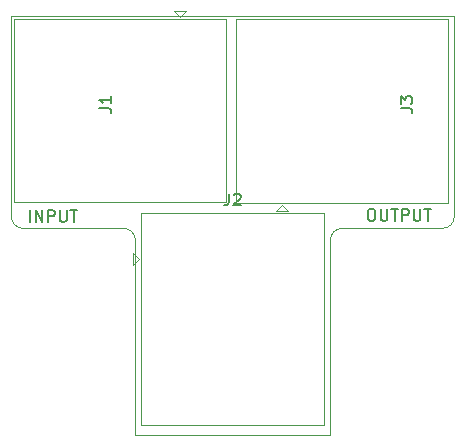
<source format=gbr>
G04 #@! TF.GenerationSoftware,KiCad,Pcbnew,5.99.0-unknown-2a1594d~86~ubuntu18.04.1*
G04 #@! TF.CreationDate,2020-02-12T18:11:32+02:00*
G04 #@! TF.ProjectId,interconnect,696e7465-7263-46f6-9e6e-6563742e6b69,rev?*
G04 #@! TF.SameCoordinates,Original*
G04 #@! TF.FileFunction,Legend,Top*
G04 #@! TF.FilePolarity,Positive*
%FSLAX46Y46*%
G04 Gerber Fmt 4.6, Leading zero omitted, Abs format (unit mm)*
G04 Created by KiCad (PCBNEW 5.99.0-unknown-2a1594d~86~ubuntu18.04.1) date 2020-02-12 18:11:32*
%MOMM*%
%LPD*%
G01*
G04 APERTURE LIST*
%ADD10C,0.050000*%
%ADD11C,0.150000*%
%ADD12C,0.120000*%
%ADD13C,1.602000*%
%ADD14R,1.602000X1.602000*%
%ADD15C,3.302000*%
G04 APERTURE END LIST*
D10*
X93000000Y-97500000D02*
G75*
G02*
X92000000Y-96500000I0J1000000D01*
G01*
X129500000Y-96500000D02*
G75*
G02*
X128500000Y-97500000I-1000000J0D01*
G01*
X101500000Y-97500000D02*
G75*
G02*
X102500000Y-98500000I0J-1000000D01*
G01*
X119000000Y-98500000D02*
G75*
G02*
X120000000Y-97500000I1000000J0D01*
G01*
X102500000Y-115000000D02*
X119000000Y-115000000D01*
X102500000Y-98500000D02*
X102500000Y-115000000D01*
X101500000Y-97500000D02*
X93000000Y-97500000D01*
X119000000Y-98500000D02*
X119000000Y-115000000D01*
X128500000Y-97500000D02*
X120000000Y-97500000D01*
D11*
X122395238Y-95852380D02*
X122585714Y-95852380D01*
X122680952Y-95900000D01*
X122776190Y-95995238D01*
X122823809Y-96185714D01*
X122823809Y-96519047D01*
X122776190Y-96709523D01*
X122680952Y-96804761D01*
X122585714Y-96852380D01*
X122395238Y-96852380D01*
X122300000Y-96804761D01*
X122204761Y-96709523D01*
X122157142Y-96519047D01*
X122157142Y-96185714D01*
X122204761Y-95995238D01*
X122300000Y-95900000D01*
X122395238Y-95852380D01*
X123252380Y-95852380D02*
X123252380Y-96661904D01*
X123300000Y-96757142D01*
X123347619Y-96804761D01*
X123442857Y-96852380D01*
X123633333Y-96852380D01*
X123728571Y-96804761D01*
X123776190Y-96757142D01*
X123823809Y-96661904D01*
X123823809Y-95852380D01*
X124157142Y-95852380D02*
X124728571Y-95852380D01*
X124442857Y-96852380D02*
X124442857Y-95852380D01*
X125061904Y-96852380D02*
X125061904Y-95852380D01*
X125442857Y-95852380D01*
X125538095Y-95900000D01*
X125585714Y-95947619D01*
X125633333Y-96042857D01*
X125633333Y-96185714D01*
X125585714Y-96280952D01*
X125538095Y-96328571D01*
X125442857Y-96376190D01*
X125061904Y-96376190D01*
X126061904Y-95852380D02*
X126061904Y-96661904D01*
X126109523Y-96757142D01*
X126157142Y-96804761D01*
X126252380Y-96852380D01*
X126442857Y-96852380D01*
X126538095Y-96804761D01*
X126585714Y-96757142D01*
X126633333Y-96661904D01*
X126633333Y-95852380D01*
X126966666Y-95852380D02*
X127538095Y-95852380D01*
X127252380Y-96852380D02*
X127252380Y-95852380D01*
X93571428Y-96952380D02*
X93571428Y-95952380D01*
X94047619Y-96952380D02*
X94047619Y-95952380D01*
X94619047Y-96952380D01*
X94619047Y-95952380D01*
X95095238Y-96952380D02*
X95095238Y-95952380D01*
X95476190Y-95952380D01*
X95571428Y-96000000D01*
X95619047Y-96047619D01*
X95666666Y-96142857D01*
X95666666Y-96285714D01*
X95619047Y-96380952D01*
X95571428Y-96428571D01*
X95476190Y-96476190D01*
X95095238Y-96476190D01*
X96095238Y-95952380D02*
X96095238Y-96761904D01*
X96142857Y-96857142D01*
X96190476Y-96904761D01*
X96285714Y-96952380D01*
X96476190Y-96952380D01*
X96571428Y-96904761D01*
X96619047Y-96857142D01*
X96666666Y-96761904D01*
X96666666Y-95952380D01*
X97000000Y-95952380D02*
X97571428Y-95952380D01*
X97285714Y-96952380D02*
X97285714Y-95952380D01*
D10*
X92000000Y-96500000D02*
X92000000Y-79500000D01*
X129500000Y-79500000D02*
X129500000Y-96500000D01*
X92000000Y-79500000D02*
X129500000Y-79500000D01*
D12*
X111020000Y-95315000D02*
X128980000Y-95315000D01*
X111020000Y-79795000D02*
X111020000Y-95315000D01*
X111020000Y-79795000D02*
X128980000Y-79795000D01*
X128980000Y-95315000D02*
X128980000Y-79795000D01*
X114900000Y-95500000D02*
X114400000Y-96000000D01*
X114400000Y-96000000D02*
X115400000Y-96000000D01*
X115400000Y-96000000D02*
X114900000Y-95500000D01*
X102985000Y-96220000D02*
X102985000Y-114180000D01*
X118505000Y-96220000D02*
X102985000Y-96220000D01*
X118505000Y-96220000D02*
X118505000Y-114180000D01*
X102985000Y-114180000D02*
X118505000Y-114180000D01*
X102800000Y-100100000D02*
X102300000Y-99600000D01*
X102300000Y-99600000D02*
X102300000Y-100600000D01*
X102300000Y-100600000D02*
X102800000Y-100100000D01*
X110180000Y-79785000D02*
X92220000Y-79785000D01*
X110180000Y-95305000D02*
X110180000Y-79785000D01*
X110180000Y-95305000D02*
X92220000Y-95305000D01*
X92220000Y-79785000D02*
X92220000Y-95305000D01*
X106300000Y-79600000D02*
X106800000Y-79100000D01*
X106800000Y-79100000D02*
X105800000Y-79100000D01*
X105800000Y-79100000D02*
X106300000Y-79600000D01*
D11*
X124952380Y-87333333D02*
X125666666Y-87333333D01*
X125809523Y-87380952D01*
X125904761Y-87476190D01*
X125952380Y-87619047D01*
X125952380Y-87714285D01*
X124952380Y-86952380D02*
X124952380Y-86333333D01*
X125333333Y-86666666D01*
X125333333Y-86523809D01*
X125380952Y-86428571D01*
X125428571Y-86380952D01*
X125523809Y-86333333D01*
X125761904Y-86333333D01*
X125857142Y-86380952D01*
X125904761Y-86428571D01*
X125952380Y-86523809D01*
X125952380Y-86809523D01*
X125904761Y-86904761D01*
X125857142Y-86952380D01*
X110411666Y-94552380D02*
X110411666Y-95266666D01*
X110364047Y-95409523D01*
X110268809Y-95504761D01*
X110125952Y-95552380D01*
X110030714Y-95552380D01*
X110840238Y-94647619D02*
X110887857Y-94600000D01*
X110983095Y-94552380D01*
X111221190Y-94552380D01*
X111316428Y-94600000D01*
X111364047Y-94647619D01*
X111411666Y-94742857D01*
X111411666Y-94838095D01*
X111364047Y-94980952D01*
X110792619Y-95552380D01*
X111411666Y-95552380D01*
X99452380Y-87333333D02*
X100166666Y-87333333D01*
X100309523Y-87380952D01*
X100404761Y-87476190D01*
X100452380Y-87619047D01*
X100452380Y-87714285D01*
X100452380Y-86333333D02*
X100452380Y-86904761D01*
X100452380Y-86619047D02*
X99452380Y-86619047D01*
X99595238Y-86714285D01*
X99690476Y-86809523D01*
X99738095Y-86904761D01*
%LPC*%
D13*
X112360000Y-83110000D03*
X114900000Y-84380000D03*
X112360000Y-85650000D03*
X114900000Y-86920000D03*
X112360000Y-88190000D03*
X114900000Y-89460000D03*
X112360000Y-90730000D03*
D14*
X114900000Y-92000000D03*
D15*
X121250000Y-93270000D03*
X121250000Y-81840000D03*
D13*
X115190000Y-97560000D03*
X113920000Y-100100000D03*
X112650000Y-97560000D03*
X111380000Y-100100000D03*
X110110000Y-97560000D03*
X108840000Y-100100000D03*
X107570000Y-97560000D03*
D14*
X106300000Y-100100000D03*
D15*
X105030000Y-106450000D03*
X116460000Y-106450000D03*
D13*
X108840000Y-91990000D03*
X106300000Y-90720000D03*
X108840000Y-89450000D03*
X106300000Y-88180000D03*
X108840000Y-86910000D03*
X106300000Y-85640000D03*
X108840000Y-84370000D03*
D14*
X106300000Y-83100000D03*
D15*
X99950000Y-81830000D03*
X99950000Y-93260000D03*
M02*

</source>
